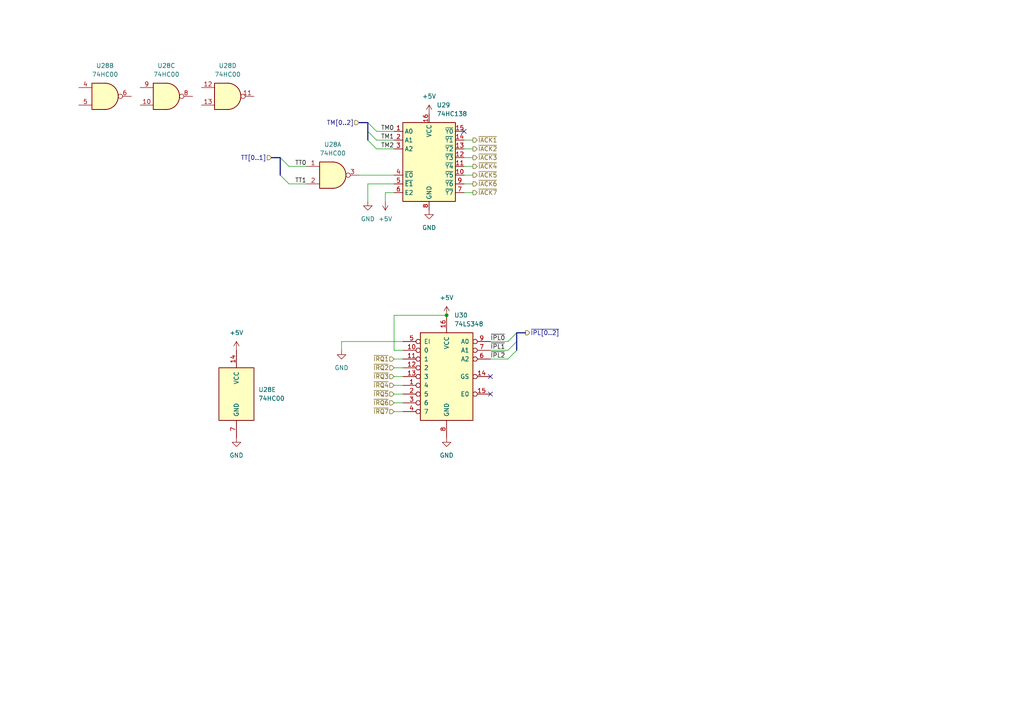
<source format=kicad_sch>
(kicad_sch (version 20230121) (generator eeschema)
  (paper "A4")
  (lib_symbols
    (symbol "74xx:74HC00" (pin_names (offset 1.016))
      (property "Reference" "U" (at 0 1.27 0))
      (property "Value" "74HC00" (at 0 -1.27 0))
      (symbol "74HC00_1_1"
        (arc (start 0 -3.81) (mid 3.7934 0) (end 0 3.81) (stroke (width 0.254)) (fill (type background)))
        (polyline (pts (xy 0 3.81) (xy -3.81 3.81) (xy -3.81 -3.81) (xy 0 -3.81)) (stroke (width 0.254)) (fill (type background)))
        (pin input line (at -7.62 2.54 0) (length 3.81) (name "~") (number "1"))
        (pin input line (at -7.62 -2.54 0) (length 3.81) (name "~") (number "2"))
        (pin output inverted (at 7.62 0 180) (length 3.81) (name "~") (number "3"))
      )
      (symbol "74HC00_1_2"
        (arc (start -3.81 -3.81) (mid -2.589 0) (end -3.81 3.81) (stroke (width 0.254)))
        (arc (start -0.6096 -3.81) (mid 2.1842 -2.5851) (end 3.81 0) (stroke (width 0.254)) (fill (type background)))
        (polyline (pts (xy -3.81 -3.81) (xy -0.635 -3.81)) (stroke (width 0.254)) (fill (type background)))
        (polyline (pts (xy -3.81 3.81) (xy -0.635 3.81)) (stroke (width 0.254)) (fill (type background)))
        (polyline (pts (xy -0.635 3.81) (xy -3.81 3.81) (xy -3.81 3.81) (xy -3.556 3.4036) (xy -3.0226 2.2606) (xy -2.6924 1.0414) (xy -2.6162 -0.254) (xy -2.7686 -1.4986) (xy -3.175 -2.7178) (xy -3.81 -3.81) (xy -3.81 -3.81) (xy -0.635 -3.81)) (stroke (width -25.4)) (fill (type background)))
        (arc (start 3.81 0) (mid 2.1915 2.5936) (end -0.6096 3.81) (stroke (width 0.254)) (fill (type background)))
        (pin input inverted (at -7.62 2.54 0) (length 4.318) (name "~") (number "1"))
        (pin input inverted (at -7.62 -2.54 0) (length 4.318) (name "~") (number "2"))
        (pin output line (at 7.62 0 180) (length 3.81) (name "~") (number "3"))
      )
      (symbol "74HC00_2_1"
        (arc (start 0 -3.81) (mid 3.7934 0) (end 0 3.81) (stroke (width 0.254)) (fill (type background)))
        (polyline (pts (xy 0 3.81) (xy -3.81 3.81) (xy -3.81 -3.81) (xy 0 -3.81)) (stroke (width 0.254)) (fill (type background)))
        (pin input line (at -7.62 2.54 0) (length 3.81) (name "~") (number "4"))
        (pin input line (at -7.62 -2.54 0) (length 3.81) (name "~") (number "5"))
        (pin output inverted (at 7.62 0 180) (length 3.81) (name "~") (number "6"))
      )
      (symbol "74HC00_2_2"
        (arc (start -3.81 -3.81) (mid -2.589 0) (end -3.81 3.81) (stroke (width 0.254)))
        (arc (start -0.6096 -3.81) (mid 2.1842 -2.5851) (end 3.81 0) (stroke (width 0.254)) (fill (type background)))
        (polyline (pts (xy -3.81 -3.81) (xy -0.635 -3.81)) (stroke (width 0.254)) (fill (type background)))
        (polyline (pts (xy -3.81 3.81) (xy -0.635 3.81)) (stroke (width 0.254)) (fill (type background)))
        (polyline (pts (xy -0.635 3.81) (xy -3.81 3.81) (xy -3.81 3.81) (xy -3.556 3.4036) (xy -3.0226 2.2606) (xy -2.6924 1.0414) (xy -2.6162 -0.254) (xy -2.7686 -1.4986) (xy -3.175 -2.7178) (xy -3.81 -3.81) (xy -3.81 -3.81) (xy -0.635 -3.81)) (stroke (width -25.4)) (fill (type background)))
        (arc (start 3.81 0) (mid 2.1915 2.5936) (end -0.6096 3.81) (stroke (width 0.254)) (fill (type background)))
        (pin input inverted (at -7.62 2.54 0) (length 4.318) (name "~") (number "4"))
        (pin input inverted (at -7.62 -2.54 0) (length 4.318) (name "~") (number "5"))
        (pin output line (at 7.62 0 180) (length 3.81) (name "~") (number "6"))
      )
      (symbol "74HC00_3_1"
        (arc (start 0 -3.81) (mid 3.7934 0) (end 0 3.81) (stroke (width 0.254)) (fill (type background)))
        (polyline (pts (xy 0 3.81) (xy -3.81 3.81) (xy -3.81 -3.81) (xy 0 -3.81)) (stroke (width 0.254)) (fill (type background)))
        (pin input line (at -7.62 -2.54 0) (length 3.81) (name "~") (number "10"))
        (pin output inverted (at 7.62 0 180) (length 3.81) (name "~") (number "8"))
        (pin input line (at -7.62 2.54 0) (length 3.81) (name "~") (number "9"))
      )
      (symbol "74HC00_3_2"
        (arc (start -3.81 -3.81) (mid -2.589 0) (end -3.81 3.81) (stroke (width 0.254)))
        (arc (start -0.6096 -3.81) (mid 2.1842 -2.5851) (end 3.81 0) (stroke (width 0.254)) (fill (type background)))
        (polyline (pts (xy -3.81 -3.81) (xy -0.635 -3.81)) (stroke (width 0.254)) (fill (type background)))
        (polyline (pts (xy -3.81 3.81) (xy -0.635 3.81)) (stroke (width 0.254)) (fill (type background)))
        (polyline (pts (xy -0.635 3.81) (xy -3.81 3.81) (xy -3.81 3.81) (xy -3.556 3.4036) (xy -3.0226 2.2606) (xy -2.6924 1.0414) (xy -2.6162 -0.254) (xy -2.7686 -1.4986) (xy -3.175 -2.7178) (xy -3.81 -3.81) (xy -3.81 -3.81) (xy -0.635 -3.81)) (stroke (width -25.4)) (fill (type background)))
        (arc (start 3.81 0) (mid 2.1915 2.5936) (end -0.6096 3.81) (stroke (width 0.254)) (fill (type background)))
        (pin input inverted (at -7.62 -2.54 0) (length 4.318) (name "~") (number "10"))
        (pin output line (at 7.62 0 180) (length 3.81) (name "~") (number "8"))
        (pin input inverted (at -7.62 2.54 0) (length 4.318) (name "~") (number "9"))
      )
      (symbol "74HC00_4_1"
        (arc (start 0 -3.81) (mid 3.7934 0) (end 0 3.81) (stroke (width 0.254)) (fill (type background)))
        (polyline (pts (xy 0 3.81) (xy -3.81 3.81) (xy -3.81 -3.81) (xy 0 -3.81)) (stroke (width 0.254)) (fill (type background)))
        (pin output inverted (at 7.62 0 180) (length 3.81) (name "~") (number "11"))
        (pin input line (at -7.62 2.54 0) (length 3.81) (name "~") (number "12"))
        (pin input line (at -7.62 -2.54 0) (length 3.81) (name "~") (number "13"))
      )
      (symbol "74HC00_4_2"
        (arc (start -3.81 -3.81) (mid -2.589 0) (end -3.81 3.81) (stroke (width 0.254)))
        (arc (start -0.6096 -3.81) (mid 2.1842 -2.5851) (end 3.81 0) (stroke (width 0.254)) (fill (type background)))
        (polyline (pts (xy -3.81 -3.81) (xy -0.635 -3.81)) (stroke (width 0.254)) (fill (type background)))
        (polyline (pts (xy -3.81 3.81) (xy -0.635 3.81)) (stroke (width 0.254)) (fill (type background)))
        (polyline (pts (xy -0.635 3.81) (xy -3.81 3.81) (xy -3.81 3.81) (xy -3.556 3.4036) (xy -3.0226 2.2606) (xy -2.6924 1.0414) (xy -2.6162 -0.254) (xy -2.7686 -1.4986) (xy -3.175 -2.7178) (xy -3.81 -3.81) (xy -3.81 -3.81) (xy -0.635 -3.81)) (stroke (width -25.4)) (fill (type background)))
        (arc (start 3.81 0) (mid 2.1915 2.5936) (end -0.6096 3.81) (stroke (width 0.254)) (fill (type background)))
        (pin output line (at 7.62 0 180) (length 3.81) (name "~") (number "11"))
        (pin input inverted (at -7.62 2.54 0) (length 4.318) (name "~") (number "12"))
        (pin input inverted (at -7.62 -2.54 0) (length 4.318) (name "~") (number "13"))
      )
      (symbol "74HC00_5_0"
        (pin power_in line (at 0 12.7 270) (length 5.08) (name "VCC") (number "14"))
        (pin power_in line (at 0 -12.7 90) (length 5.08) (name "GND") (number "7"))
      )
      (symbol "74HC00_5_1"
        (rectangle (start -5.08 7.62) (end 5.08 -7.62) (stroke (width 0.254)) (fill (type background)))
      )
    )
    (symbol "74xx:74HC138"
      (property "Reference" "U" (at -7.62 13.97 0))
      (property "Value" "74HC138" (at 2.54 -11.43 0))
      (symbol "74HC138_0_1"
        (rectangle (start -7.62 12.7) (end 7.62 -10.16) (stroke (width 0.254)) (fill (type background)))
      )
      (symbol "74HC138_1_1"
        (pin input line (at -10.16 10.16 0) (length 2.54) (name "A0") (number "1"))
        (pin output line (at 10.16 -2.54 180) (length 2.54) (name "~{Y5}") (number "10"))
        (pin output line (at 10.16 0 180) (length 2.54) (name "~{Y4}") (number "11"))
        (pin output line (at 10.16 2.54 180) (length 2.54) (name "~{Y3}") (number "12"))
        (pin output line (at 10.16 5.08 180) (length 2.54) (name "~{Y2}") (number "13"))
        (pin output line (at 10.16 7.62 180) (length 2.54) (name "~{Y1}") (number "14"))
        (pin output line (at 10.16 10.16 180) (length 2.54) (name "~{Y0}") (number "15"))
        (pin power_in line (at 0 15.24 270) (length 2.54) (name "VCC") (number "16"))
        (pin input line (at -10.16 7.62 0) (length 2.54) (name "A1") (number "2"))
        (pin input line (at -10.16 5.08 0) (length 2.54) (name "A2") (number "3"))
        (pin input line (at -10.16 -2.54 0) (length 2.54) (name "~{E0}") (number "4"))
        (pin input line (at -10.16 -5.08 0) (length 2.54) (name "~{E1}") (number "5"))
        (pin input line (at -10.16 -7.62 0) (length 2.54) (name "E2") (number "6"))
        (pin output line (at 10.16 -7.62 180) (length 2.54) (name "~{Y7}") (number "7"))
        (pin power_in line (at 0 -12.7 90) (length 2.54) (name "GND") (number "8"))
        (pin output line (at 10.16 -5.08 180) (length 2.54) (name "~{Y6}") (number "9"))
      )
    )
    (symbol "74xx:74LS348" (pin_names (offset 1.016))
      (property "Reference" "U" (at -7.62 13.97 0))
      (property "Value" "74LS348" (at -7.62 -13.97 0))
      (symbol "74LS348_1_0"
        (pin input inverted (at -12.7 -2.54 0) (length 5.08) (name "4") (number "1"))
        (pin input inverted (at -12.7 7.62 0) (length 5.08) (name "0") (number "10"))
        (pin input inverted (at -12.7 5.08 0) (length 5.08) (name "1") (number "11"))
        (pin input inverted (at -12.7 2.54 0) (length 5.08) (name "2") (number "12"))
        (pin input inverted (at -12.7 0 0) (length 5.08) (name "3") (number "13"))
        (pin output inverted (at 12.7 0 180) (length 5.08) (name "GS") (number "14"))
        (pin output inverted (at 12.7 -5.08 180) (length 5.08) (name "E0") (number "15"))
        (pin power_in line (at 0 17.78 270) (length 5.08) (name "VCC") (number "16"))
        (pin input inverted (at -12.7 -5.08 0) (length 5.08) (name "5") (number "2"))
        (pin input inverted (at -12.7 -7.62 0) (length 5.08) (name "6") (number "3"))
        (pin input inverted (at -12.7 -10.16 0) (length 5.08) (name "7") (number "4"))
        (pin input inverted (at -12.7 10.16 0) (length 5.08) (name "EI") (number "5"))
        (pin tri_state inverted (at 12.7 5.08 180) (length 5.08) (name "A2") (number "6"))
        (pin tri_state inverted (at 12.7 7.62 180) (length 5.08) (name "A1") (number "7"))
        (pin power_in line (at 0 -17.78 90) (length 5.08) (name "GND") (number "8"))
        (pin tri_state inverted (at 12.7 10.16 180) (length 5.08) (name "A0") (number "9"))
      )
      (symbol "74LS348_1_1"
        (rectangle (start -7.62 12.7) (end 7.62 -12.7) (stroke (width 0.254)) (fill (type background)))
      )
    )
    (symbol "power:+5V" (power) (pin_names (offset 0))
      (property "Value" "+5V" (at 0 3.556 0))
      (symbol "+5V_0_1"
        (polyline (pts (xy -0.762 1.27) (xy 0 2.54)))
        (polyline (pts (xy 0 0) (xy 0 2.54)))
        (polyline (pts (xy 0 2.54) (xy 0.762 1.27)))
      )
      (symbol "+5V_1_1"
        (pin power_in line (at 0 0 90) (length 0) hide (name "+5V") (number "1"))
      )
    )
    (symbol "power:GND" (power) (pin_names (offset 0))
      (property "Value" "GND" (at 0 -3.81 0))
      (symbol "GND_0_1"
        (polyline (pts (xy 0 0) (xy 0 -1.27) (xy 1.27 -1.27) (xy 0 -2.54) (xy -1.27 -1.27) (xy 0 -1.27)))
      )
      (symbol "GND_1_1"
        (pin power_in line (at 0 0 270) (length 0) hide (name "GND") (number "1"))
      )
    )
  )
  (junction (at 129.54 91.44))
  (no_connect (at 142.24 109.22))
  (no_connect (at 134.62 38.1))
  (no_connect (at 142.24 114.3))
  (bus_entry (at 149.86 99.06) (size -2.54 2.54))
  (bus_entry (at 149.86 96.52) (size -2.54 2.54))
  (bus_entry (at 149.86 101.6) (size -2.54 2.54))
  (bus_entry (at 81.28 50.8) (size 2.54 2.54))
  (bus_entry (at 106.68 35.56) (size 2.54 2.54))
  (bus_entry (at 81.28 45.72) (size 2.54 2.54))
  (bus_entry (at 106.68 38.1) (size 2.54 2.54))
  (bus_entry (at 106.68 40.64) (size 2.54 2.54))
  (wire (pts (xy 83.82 53.34) (xy 88.9 53.34)))
  (wire (pts (xy 114.3 114.3) (xy 116.84 114.3)))
  (wire (pts (xy 114.3 116.84) (xy 116.84 116.84)))
  (wire (pts (xy 114.3 106.68) (xy 116.84 106.68)))
  (bus (pts (xy 106.68 38.1) (xy 106.68 40.64)))
  (bus (pts (xy 149.86 99.06) (xy 149.86 101.6)))
  (wire (pts (xy 114.3 91.44) (xy 129.54 91.44)))
  (wire (pts (xy 134.62 50.8) (xy 137.16 50.8)))
  (wire (pts (xy 109.22 43.18) (xy 114.3 43.18)))
  (wire (pts (xy 99.06 99.06) (xy 116.84 99.06)))
  (wire (pts (xy 114.3 53.34) (xy 106.68 53.34)))
  (wire (pts (xy 114.3 109.22) (xy 116.84 109.22)))
  (wire (pts (xy 142.24 104.14) (xy 147.32 104.14)))
  (wire (pts (xy 109.22 40.64) (xy 114.3 40.64)))
  (bus (pts (xy 78.74 45.72) (xy 81.28 45.72)))
  (wire (pts (xy 134.62 43.18) (xy 137.16 43.18)))
  (wire (pts (xy 134.62 48.26) (xy 137.16 48.26)))
  (wire (pts (xy 134.62 55.88) (xy 137.16 55.88)))
  (wire (pts (xy 134.62 53.34) (xy 137.16 53.34)))
  (wire (pts (xy 142.24 101.6) (xy 147.32 101.6)))
  (bus (pts (xy 149.86 96.52) (xy 149.86 99.06)))
  (bus (pts (xy 152.4 96.52) (xy 149.86 96.52)))
  (wire (pts (xy 109.22 38.1) (xy 114.3 38.1)))
  (wire (pts (xy 114.3 91.44) (xy 114.3 101.6)))
  (wire (pts (xy 114.3 104.14) (xy 116.84 104.14)))
  (wire (pts (xy 134.62 40.64) (xy 137.16 40.64)))
  (wire (pts (xy 114.3 111.76) (xy 116.84 111.76)))
  (wire (pts (xy 114.3 119.38) (xy 116.84 119.38)))
  (wire (pts (xy 134.62 45.72) (xy 137.16 45.72)))
  (wire (pts (xy 99.06 99.06) (xy 99.06 101.6)))
  (wire (pts (xy 104.14 50.8) (xy 114.3 50.8)))
  (bus (pts (xy 104.14 35.56) (xy 106.68 35.56)))
  (bus (pts (xy 81.28 45.72) (xy 81.28 50.8)))
  (wire (pts (xy 116.84 101.6) (xy 114.3 101.6)))
  (wire (pts (xy 83.82 48.26) (xy 88.9 48.26)))
  (bus (pts (xy 106.68 35.56) (xy 106.68 38.1)))
  (wire (pts (xy 111.76 55.88) (xy 111.76 58.42)))
  (wire (pts (xy 114.3 55.88) (xy 111.76 55.88)))
  (wire (pts (xy 106.68 53.34) (xy 106.68 58.42)))
  (wire (pts (xy 142.24 99.06) (xy 147.32 99.06)))
  (label "~{IPL2}" (at 142.24 104.14 0))
  (label "TM2" (at 114.3 43.18 180))
  (label "TM1" (at 114.3 40.64 180))
  (label "TM0" (at 114.3 38.1 180))
  (label "TT1" (at 88.9 53.34 180))
  (label "TT0" (at 88.9 48.26 180))
  (label "~{IPL1}" (at 142.24 101.6 0))
  (label "~{IPL0}" (at 142.24 99.06 0))
  (hierarchical_label "~{IRQ6}" (shape input) (at 114.3 116.84 180))
  (hierarchical_label "~{IACK2}" (shape output) (at 137.16 43.18 0))
  (hierarchical_label "~{IRQ1}" (shape input) (at 114.3 104.14 180))
  (hierarchical_label "~{IRQ5}" (shape input) (at 114.3 114.3 180))
  (hierarchical_label "~{IACK4}" (shape output) (at 137.16 48.26 0))
  (hierarchical_label "~{IPL[0..2]}" (shape output) (at 152.4 96.52 0))
  (hierarchical_label "TT[0..1]" (shape input) (at 78.74 45.72 180))
  (hierarchical_label "~{IRQ2}" (shape input) (at 114.3 106.68 180))
  (hierarchical_label "~{IACK7}" (shape output) (at 137.16 55.88 0))
  (hierarchical_label "~{IACK3}" (shape output) (at 137.16 45.72 0))
  (hierarchical_label "~{IACK5}" (shape output) (at 137.16 50.8 0))
  (hierarchical_label "~{IACK6}" (shape output) (at 137.16 53.34 0))
  (hierarchical_label "~{IRQ3}" (shape input) (at 114.3 109.22 180))
  (hierarchical_label "~{IRQ7}" (shape input) (at 114.3 119.38 180))
  (hierarchical_label "TM[0..2]" (shape input) (at 104.14 35.56 180))
  (hierarchical_label "~{IRQ4}" (shape input) (at 114.3 111.76 180))
  (hierarchical_label "~{IACK1}" (shape output) (at 137.16 40.64 0))
  (symbol (lib_id "74xx:74HC00") (at 96.52 50.8 0) (unit 1)
    (property "Reference" "U28" (at 96.5117 41.91 0))
    (property "Value" "74HC00" (at 96.5117 44.45 0))
    (property "Datasheet" "http://www.ti.com/lit/gpn/sn74hc00" (effects hide))
  )
  (symbol (lib_id "power:GND") (at 129.54 127 0) (unit 1)
    (property "Reference" "#PWR0173" (effects hide))
    (property "Value" "GND" (at 129.54 132.08 0))
  )
  (symbol (lib_id "power:+5V") (at 68.58 101.6 0) (mirror y) (unit 1)
    (property "Reference" "#PWR0176" (effects hide))
    (property "Value" "+5V" (at 68.58 96.52 0))
  )
  (symbol (lib_id "74xx:74HC138") (at 124.46 48.26 0) (unit 1)
    (property "Reference" "U29" (at 126.6541 30.48 0) (effects (justify left)))
    (property "Value" "74HC138" (at 126.6541 33.02 0) (effects (justify left)))
    (property "Datasheet" "http://www.ti.com/lit/ds/symlink/cd74hc238.pdf" (effects hide))
  )
  (symbol (lib_id "74xx:74HC00") (at 66.04 27.94 0) (unit 4)
    (property "Reference" "U28" (at 66.0317 19.05 0))
    (property "Value" "74HC00" (at 66.0317 21.59 0))
    (property "Datasheet" "http://www.ti.com/lit/gpn/sn74hc00" (effects hide))
  )
  (symbol (lib_id "power:GND") (at 99.06 101.6 0) (unit 1)
    (property "Reference" "#PWR0171" (effects hide))
    (property "Value" "GND" (at 99.06 106.68 0))
  )
  (symbol (lib_id "power:GND") (at 68.58 127 0) (unit 1)
    (property "Reference" "#PWR0177" (effects hide))
    (property "Value" "GND" (at 68.58 132.08 0))
  )
  (symbol (lib_id "power:GND") (at 124.46 60.96 0) (unit 1)
    (property "Reference" "#PWR0168" (effects hide))
    (property "Value" "GND" (at 124.46 66.04 0))
  )
  (symbol (lib_id "74xx:74HC00") (at 30.48 27.94 0) (unit 2)
    (property "Reference" "U28" (at 30.4717 19.05 0))
    (property "Value" "74HC00" (at 30.4717 21.59 0))
    (property "Datasheet" "http://www.ti.com/lit/gpn/sn74hc00" (effects hide))
  )
  (symbol (lib_id "power:+5V") (at 124.46 33.02 0) (mirror y) (unit 1)
    (property "Reference" "#PWR0166" (effects hide))
    (property "Value" "+5V" (at 124.46 27.94 0))
  )
  (symbol (lib_id "power:+5V") (at 129.54 91.44 0) (mirror y) (unit 1)
    (property "Reference" "#PWR0172" (effects hide))
    (property "Value" "+5V" (at 129.54 86.36 0))
  )
  (symbol (lib_id "74xx:74LS348") (at 129.54 109.22 0) (unit 1)
    (property "Reference" "U30" (at 131.7341 91.44 0) (effects (justify left)))
    (property "Value" "74LS348" (at 131.7341 93.98 0) (effects (justify left)))
    (property "Datasheet" "http://www.ti.com/lit/gpn/sn74LS348" (effects hide))
  )
  (symbol (lib_id "power:+5V") (at 111.76 58.42 0) (mirror x) (unit 1)
    (property "Reference" "#PWR0165" (effects hide))
    (property "Value" "+5V" (at 111.76 63.5 0))
  )
  (symbol (lib_id "74xx:74HC00") (at 68.58 114.3 0) (unit 5)
    (property "Reference" "U28" (at 74.93 113.03 0) (effects (justify left)))
    (property "Value" "74HC00" (at 74.93 115.57 0) (effects (justify left)))
    (property "Datasheet" "http://www.ti.com/lit/gpn/sn74hc00" (effects hide))
  )
  (symbol (lib_id "power:GND") (at 106.68 58.42 0) (unit 1)
    (property "Reference" "#PWR0167" (effects hide))
    (property "Value" "GND" (at 106.68 63.5 0))
  )
  (symbol (lib_id "74xx:74HC00") (at 48.26 27.94 0) (unit 3)
    (property "Reference" "U28" (at 48.2517 19.05 0))
    (property "Value" "74HC00" (at 48.2517 21.59 0))
    (property "Datasheet" "http://www.ti.com/lit/gpn/sn74hc00" (effects hide))
  )
)
</source>
